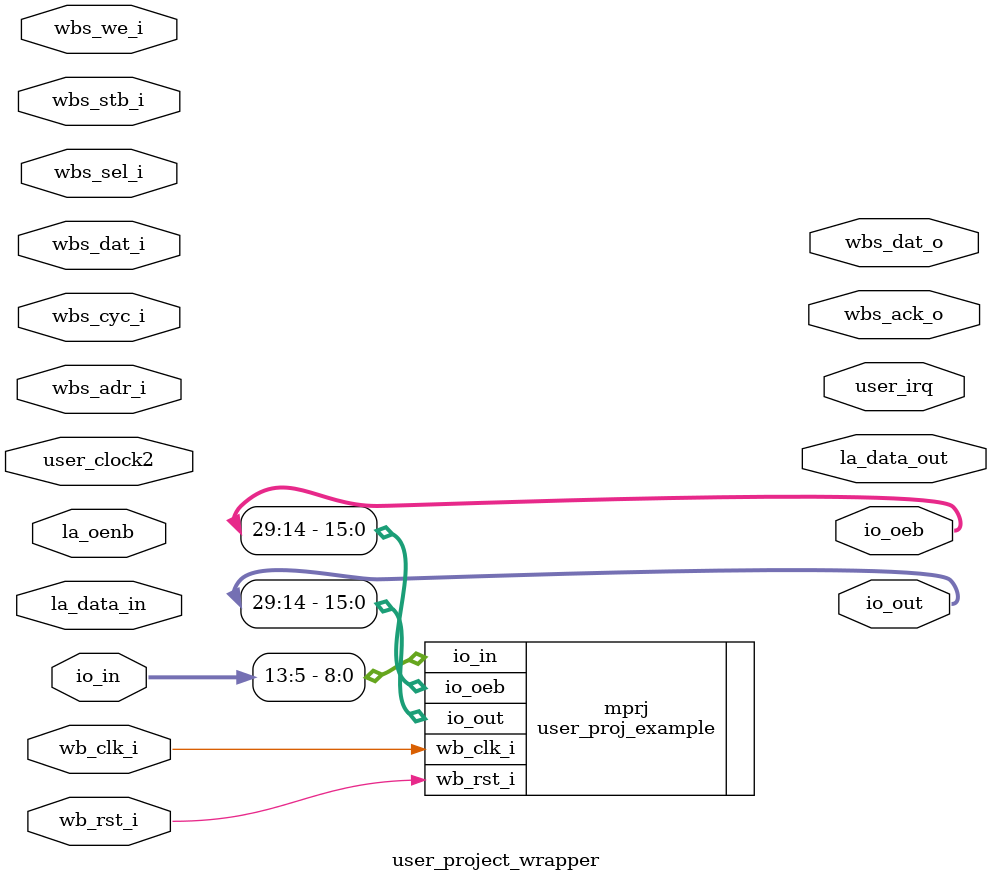
<source format=v>
module user_project_wrapper (user_clock2,
    wb_clk_i,
    wb_rst_i,
    wbs_ack_o,
    wbs_cyc_i,
    wbs_stb_i,
    wbs_we_i,
    io_in,
    io_oeb,
    io_out,
    la_data_in,
    la_data_out,
    la_oenb,
    user_irq,
    wbs_adr_i,
    wbs_dat_i,
    wbs_dat_o,
    wbs_sel_i);
 input user_clock2;
 input wb_clk_i;
 input wb_rst_i;
 output wbs_ack_o;
 input wbs_cyc_i;
 input wbs_stb_i;
 input wbs_we_i;
 input [37:0] io_in;
 output [37:0] io_oeb;
 output [37:0] io_out;
 input [63:0] la_data_in;
 output [63:0] la_data_out;
 input [63:0] la_oenb;
 output [2:0] user_irq;
 input [31:0] wbs_adr_i;
 input [31:0] wbs_dat_i;
 output [31:0] wbs_dat_o;
 input [3:0] wbs_sel_i;


 user_proj_example mprj (.wb_clk_i(wb_clk_i),
    .wb_rst_i(wb_rst_i),
    .io_in({io_in[13],
    io_in[12],
    io_in[11],
    io_in[10],
    io_in[9],
    io_in[8],
    io_in[7],
    io_in[6],
    io_in[5]}),
    .io_oeb({io_oeb[29],
    io_oeb[28],
    io_oeb[27],
    io_oeb[26],
    io_oeb[25],
    io_oeb[24],
    io_oeb[23],
    io_oeb[22],
    io_oeb[21],
    io_oeb[20],
    io_oeb[19],
    io_oeb[18],
    io_oeb[17],
    io_oeb[16],
    io_oeb[15],
    io_oeb[14]}),
    .io_out({io_out[29],
    io_out[28],
    io_out[27],
    io_out[26],
    io_out[25],
    io_out[24],
    io_out[23],
    io_out[22],
    io_out[21],
    io_out[20],
    io_out[19],
    io_out[18],
    io_out[17],
    io_out[16],
    io_out[15],
    io_out[14]}));
endmodule


</source>
